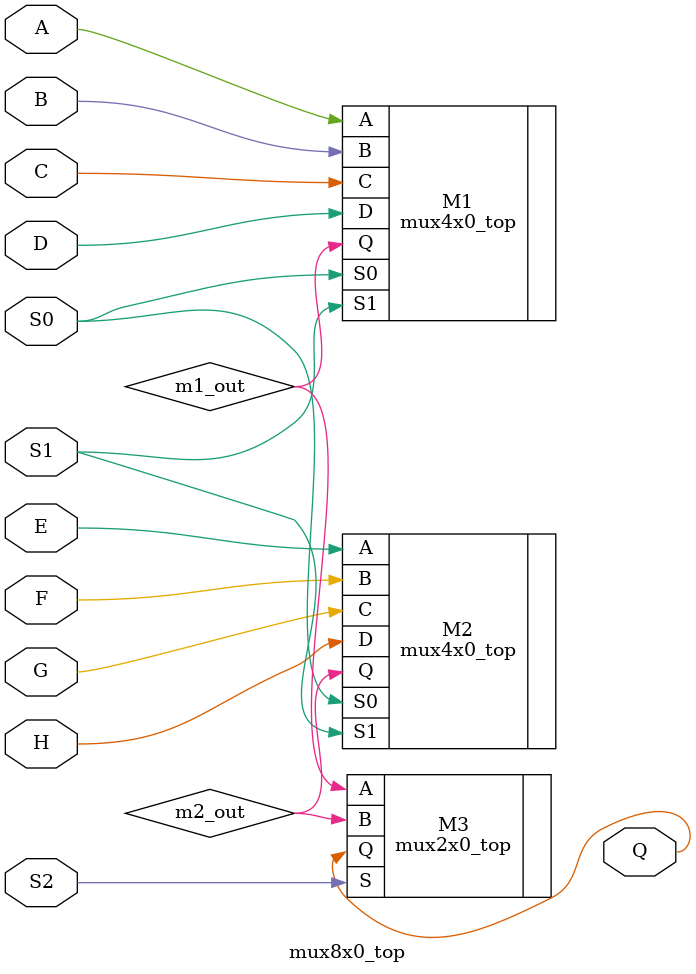
<source format=v>
module mux8x0_top(A,B,C,D,E,F,G,H,S0,S1,S2,Q);

input A,B,C,D,E,F,G,H,S0,S1,S2;
output Q;

mux4x0_top M1 (.A(A),.B(B),.C(C),.D(D),.S1(S1),.S0(S0),.Q(m1_out));
mux4x0_top M2 (.A(E),.B(F),.C(G),.D(H),.S1(S1),.S0(S0),.Q(m2_out));
mux2x0_top M3 (.A(m1_out),.B(m2_out),.S(S2),.Q(Q));

endmodule


</source>
